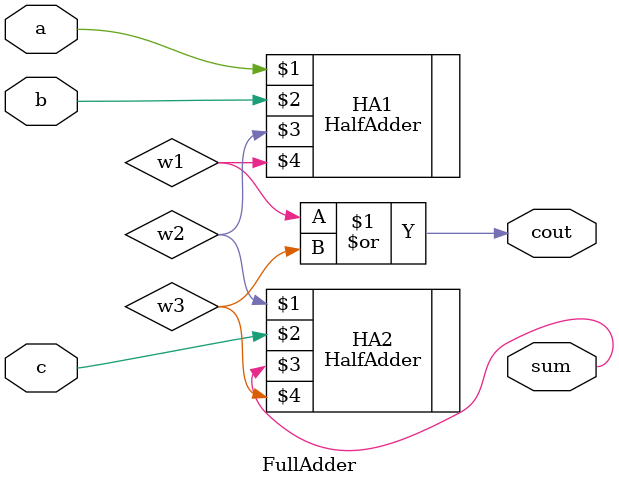
<source format=v>
module FullAdder (input a, b, c, output sum, cout);
  wire w1, w2, w3;

  HalfAdder HA1 (a, b, w2, w1);
  HalfAdder HA2 (w2, c, sum, w3);
  assign cout = w1 | w3; 

endmodule

</source>
